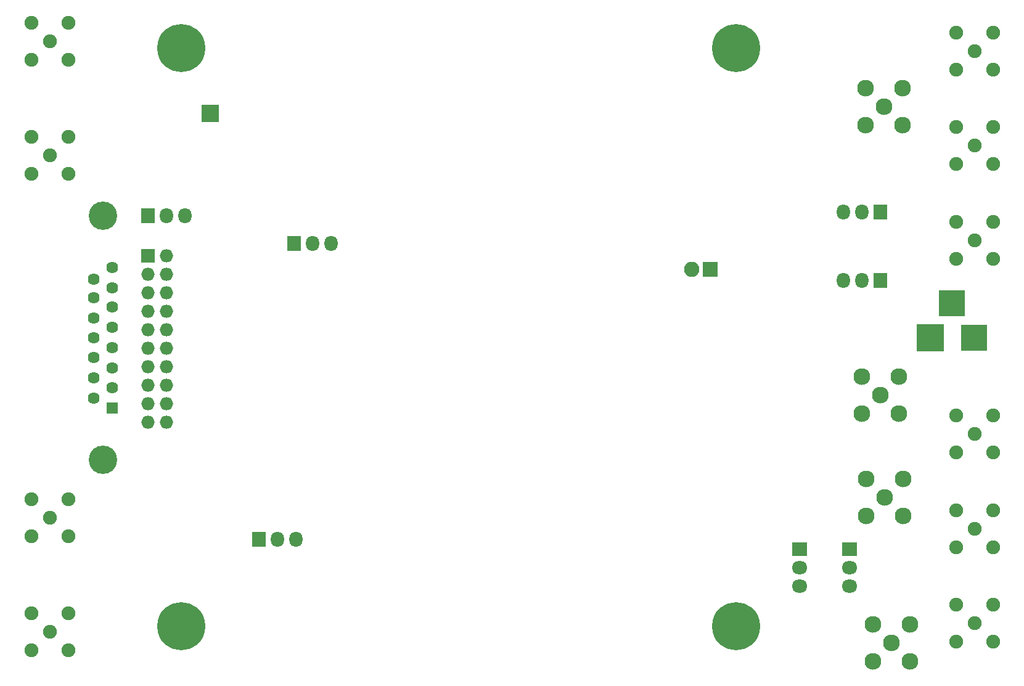
<source format=gbs>
G04 #@! TF.FileFunction,Soldermask,Bot*
%FSLAX46Y46*%
G04 Gerber Fmt 4.6, Leading zero omitted, Abs format (unit mm)*
G04 Created by KiCad (PCBNEW 4.0.4-1.fc24-product) date Wed Oct 18 10:53:43 2017*
%MOMM*%
%LPD*%
G01*
G04 APERTURE LIST*
%ADD10C,0.150000*%
%ADD11R,3.800000X3.800000*%
%ADD12R,3.600120X3.600120*%
%ADD13C,3.910000*%
%ADD14C,1.624000*%
%ADD15R,1.624000X1.624000*%
%ADD16O,2.098980X2.098980*%
%ADD17R,2.098980X2.098980*%
%ADD18C,1.900000*%
%ADD19R,1.827200X2.132000*%
%ADD20O,1.827200X2.132000*%
%ADD21R,2.335200X2.335200*%
%ADD22C,6.600000*%
%ADD23R,1.827200X1.827200*%
%ADD24O,1.827200X1.827200*%
%ADD25R,2.132000X1.827200*%
%ADD26O,2.132000X1.827200*%
%ADD27C,2.300000*%
G04 APERTURE END LIST*
D10*
D11*
X168904860Y-81280000D03*
D12*
X174904340Y-81280000D03*
X171904600Y-76581000D03*
D13*
X55270000Y-98044000D03*
X55270000Y-64516000D03*
D14*
X56540000Y-71628000D03*
X56540000Y-74422000D03*
X56540000Y-77089000D03*
X56540000Y-79883000D03*
X56540000Y-82677000D03*
X56540000Y-85471000D03*
X56540000Y-88138000D03*
D15*
X56540000Y-90932000D03*
D14*
X54000000Y-73202800D03*
X54000000Y-75742800D03*
X54000000Y-78536800D03*
X54000000Y-81280000D03*
X54000000Y-84023200D03*
X54000000Y-86817200D03*
X54000000Y-89560400D03*
D16*
X136144000Y-71882000D03*
D17*
X138684000Y-71882000D03*
D18*
X48000000Y-106000000D03*
X45460000Y-108540000D03*
X45460000Y-103460000D03*
X50540000Y-103460000D03*
X50540000Y-108540000D03*
X48000000Y-121650000D03*
X45460000Y-124190000D03*
X45460000Y-119110000D03*
X50540000Y-119110000D03*
X50540000Y-124190000D03*
X175000000Y-67900000D03*
X177540000Y-65360000D03*
X177540000Y-70440000D03*
X172460000Y-70440000D03*
X172460000Y-65360000D03*
X175000000Y-94500000D03*
X177540000Y-91960000D03*
X177540000Y-97040000D03*
X172460000Y-97040000D03*
X172460000Y-91960000D03*
X175000000Y-41900000D03*
X177540000Y-39360000D03*
X177540000Y-44440000D03*
X172460000Y-44440000D03*
X172460000Y-39360000D03*
X175000000Y-120500000D03*
X177540000Y-117960000D03*
X177540000Y-123040000D03*
X172460000Y-123040000D03*
X172460000Y-117960000D03*
X175000000Y-54900000D03*
X177540000Y-52360000D03*
X177540000Y-57440000D03*
X172460000Y-57440000D03*
X172460000Y-52360000D03*
X175000000Y-107500000D03*
X177540000Y-104960000D03*
X177540000Y-110040000D03*
X172460000Y-110040000D03*
X172460000Y-104960000D03*
X48000000Y-56250000D03*
X45460000Y-58790000D03*
X45460000Y-53710000D03*
X50540000Y-53710000D03*
X50540000Y-58790000D03*
X48000000Y-40600000D03*
X45460000Y-43140000D03*
X45460000Y-38060000D03*
X50540000Y-38060000D03*
X50540000Y-43140000D03*
D19*
X61468000Y-64516000D03*
D20*
X64008000Y-64516000D03*
X66548000Y-64516000D03*
D21*
X70000000Y-50500000D03*
D22*
X66040000Y-120904000D03*
X66040000Y-41529000D03*
X142240000Y-120904000D03*
X142240000Y-41529000D03*
D19*
X81534000Y-68326000D03*
D20*
X84074000Y-68326000D03*
X86614000Y-68326000D03*
D19*
X76708000Y-108966000D03*
D20*
X79248000Y-108966000D03*
X81788000Y-108966000D03*
D23*
X61500000Y-70000000D03*
D24*
X64040000Y-70000000D03*
X61500000Y-72540000D03*
X64040000Y-72540000D03*
X61500000Y-75080000D03*
X64040000Y-75080000D03*
X61500000Y-77620000D03*
X64040000Y-77620000D03*
X61500000Y-80160000D03*
X64040000Y-80160000D03*
X61500000Y-82700000D03*
X64040000Y-82700000D03*
X61500000Y-85240000D03*
X64040000Y-85240000D03*
X61500000Y-87780000D03*
X64040000Y-87780000D03*
X61500000Y-90320000D03*
X64040000Y-90320000D03*
X61500000Y-92860000D03*
X64040000Y-92860000D03*
D19*
X162052000Y-64008000D03*
D20*
X159512000Y-64008000D03*
X156972000Y-64008000D03*
D19*
X162052000Y-73406000D03*
D20*
X159512000Y-73406000D03*
X156972000Y-73406000D03*
D25*
X151003000Y-110363000D03*
D26*
X151003000Y-112903000D03*
X151003000Y-115443000D03*
D25*
X157861000Y-110363000D03*
D26*
X157861000Y-112903000D03*
X157861000Y-115443000D03*
D27*
X162560000Y-49530000D03*
X160020000Y-46990000D03*
X165100000Y-46990000D03*
X165100000Y-52070000D03*
X160020000Y-52070000D03*
X163576000Y-123190000D03*
X161036000Y-120650000D03*
X166116000Y-120650000D03*
X166116000Y-125730000D03*
X161036000Y-125730000D03*
X162090000Y-89150000D03*
X159550000Y-86610000D03*
X164630000Y-86610000D03*
X164630000Y-91690000D03*
X159550000Y-91690000D03*
X162687000Y-103251000D03*
X160147000Y-100711000D03*
X165227000Y-100711000D03*
X165227000Y-105791000D03*
X160147000Y-105791000D03*
M02*

</source>
